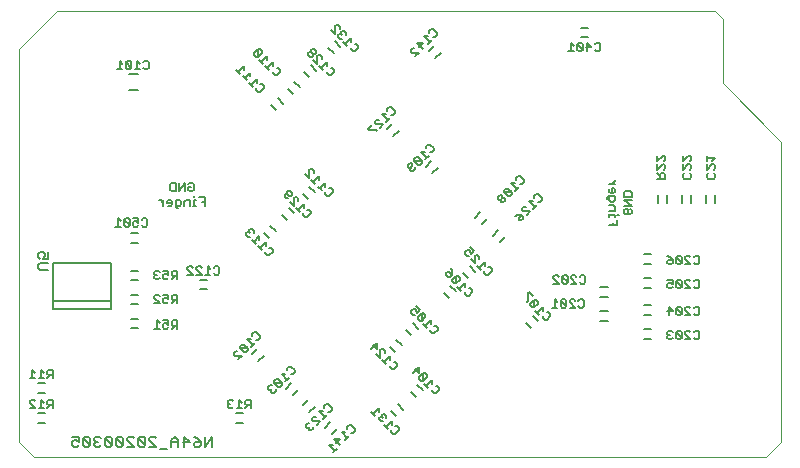
<source format=gbo>
G04 EAGLE Gerber RS-274X export*
G75*
%MOMM*%
%FSLAX34Y34*%
%LPD*%
%INseide unten*%
%IPPOS*%
%AMOC8*
5,1,8,0,0,1.08239X$1,22.5*%
G01*
%ADD10C,0.000000*%
%ADD11C,0.127000*%
%ADD12C,0.152400*%


D10*
X16510Y0D02*
X3810Y12700D01*
X3810Y345440D01*
X35560Y377190D01*
X593090Y377190D01*
X599440Y370840D01*
X599440Y316230D01*
X648970Y266700D01*
X648970Y12700D01*
X636270Y0D02*
X16510Y0D01*
X636270Y0D02*
X648970Y12700D01*
D11*
X137795Y108585D02*
X137795Y115449D01*
X134363Y115449D01*
X133219Y114305D01*
X133219Y112017D01*
X134363Y110873D01*
X137795Y110873D01*
X135507Y110873D02*
X133219Y108585D01*
X130311Y115449D02*
X125735Y115449D01*
X130311Y115449D02*
X130311Y112017D01*
X128023Y113161D01*
X126879Y113161D01*
X125735Y112017D01*
X125735Y109729D01*
X126879Y108585D01*
X129167Y108585D01*
X130311Y109729D01*
X122827Y113161D02*
X120539Y115449D01*
X120539Y108585D01*
X122827Y108585D02*
X118251Y108585D01*
X109089Y334015D02*
X110233Y335159D01*
X112521Y335159D01*
X113665Y334015D01*
X113665Y329439D01*
X112521Y328295D01*
X110233Y328295D01*
X109089Y329439D01*
X106181Y332871D02*
X103893Y335159D01*
X103893Y328295D01*
X106181Y328295D02*
X101605Y328295D01*
X98697Y329439D02*
X98697Y334015D01*
X97553Y335159D01*
X95265Y335159D01*
X94121Y334015D01*
X94121Y329439D01*
X95265Y328295D01*
X97553Y328295D01*
X98697Y329439D01*
X94121Y334015D01*
X91213Y332871D02*
X88925Y335159D01*
X88925Y328295D01*
X91213Y328295D02*
X86637Y328295D01*
D12*
X28455Y158242D02*
X21253Y158242D01*
X19812Y159683D01*
X19812Y162564D01*
X21253Y164004D01*
X28455Y164004D01*
X28455Y167597D02*
X28455Y173359D01*
X28455Y167597D02*
X24134Y167597D01*
X25574Y170478D01*
X25574Y171919D01*
X24134Y173359D01*
X21253Y173359D01*
X19812Y171919D01*
X19812Y169038D01*
X21253Y167597D01*
D11*
X137795Y137039D02*
X137795Y130175D01*
X137795Y137039D02*
X134363Y137039D01*
X133219Y135895D01*
X133219Y133607D01*
X134363Y132463D01*
X137795Y132463D01*
X135507Y132463D02*
X133219Y130175D01*
X130311Y137039D02*
X125735Y137039D01*
X130311Y137039D02*
X130311Y133607D01*
X128023Y134751D01*
X126879Y134751D01*
X125735Y133607D01*
X125735Y131319D01*
X126879Y130175D01*
X129167Y130175D01*
X130311Y131319D01*
X122827Y130175D02*
X118251Y130175D01*
X122827Y130175D02*
X118251Y134751D01*
X118251Y135895D01*
X119395Y137039D01*
X121683Y137039D01*
X122827Y135895D01*
X137795Y150495D02*
X137795Y157359D01*
X134363Y157359D01*
X133219Y156215D01*
X133219Y153927D01*
X134363Y152783D01*
X137795Y152783D01*
X135507Y152783D02*
X133219Y150495D01*
X130311Y157359D02*
X125735Y157359D01*
X130311Y157359D02*
X130311Y153927D01*
X128023Y155071D01*
X126879Y155071D01*
X125735Y153927D01*
X125735Y151639D01*
X126879Y150495D01*
X129167Y150495D01*
X130311Y151639D01*
X122827Y156215D02*
X121683Y157359D01*
X119395Y157359D01*
X118251Y156215D01*
X118251Y155071D01*
X119395Y153927D01*
X120539Y153927D01*
X119395Y153927D02*
X118251Y152783D01*
X118251Y151639D01*
X119395Y150495D01*
X121683Y150495D01*
X122827Y151639D01*
X107819Y200665D02*
X108963Y201809D01*
X111251Y201809D01*
X112395Y200665D01*
X112395Y196089D01*
X111251Y194945D01*
X108963Y194945D01*
X107819Y196089D01*
X104911Y201809D02*
X100335Y201809D01*
X104911Y201809D02*
X104911Y198377D01*
X102623Y199521D01*
X101479Y199521D01*
X100335Y198377D01*
X100335Y196089D01*
X101479Y194945D01*
X103767Y194945D01*
X104911Y196089D01*
X97427Y196089D02*
X97427Y200665D01*
X96283Y201809D01*
X93995Y201809D01*
X92851Y200665D01*
X92851Y196089D01*
X93995Y194945D01*
X96283Y194945D01*
X97427Y196089D01*
X92851Y200665D01*
X89943Y199521D02*
X87655Y201809D01*
X87655Y194945D01*
X89943Y194945D02*
X85367Y194945D01*
X32385Y73539D02*
X32385Y66675D01*
X32385Y73539D02*
X28953Y73539D01*
X27809Y72395D01*
X27809Y70107D01*
X28953Y68963D01*
X32385Y68963D01*
X30097Y68963D02*
X27809Y66675D01*
X24901Y71251D02*
X22613Y73539D01*
X22613Y66675D01*
X24901Y66675D02*
X20325Y66675D01*
X17417Y71251D02*
X15129Y73539D01*
X15129Y66675D01*
X17417Y66675D02*
X12841Y66675D01*
X32385Y48139D02*
X32385Y41275D01*
X32385Y48139D02*
X28953Y48139D01*
X27809Y46995D01*
X27809Y44707D01*
X28953Y43563D01*
X32385Y43563D01*
X30097Y43563D02*
X27809Y41275D01*
X24901Y45851D02*
X22613Y48139D01*
X22613Y41275D01*
X24901Y41275D02*
X20325Y41275D01*
X17417Y41275D02*
X12841Y41275D01*
X17417Y41275D02*
X12841Y45851D01*
X12841Y46995D01*
X13985Y48139D01*
X16273Y48139D01*
X17417Y46995D01*
X200025Y48139D02*
X200025Y41275D01*
X200025Y48139D02*
X196593Y48139D01*
X195449Y46995D01*
X195449Y44707D01*
X196593Y43563D01*
X200025Y43563D01*
X197737Y43563D02*
X195449Y41275D01*
X192541Y45851D02*
X190253Y48139D01*
X190253Y41275D01*
X192541Y41275D02*
X187965Y41275D01*
X185057Y46995D02*
X183913Y48139D01*
X181625Y48139D01*
X180481Y46995D01*
X180481Y45851D01*
X181625Y44707D01*
X182769Y44707D01*
X181625Y44707D02*
X180481Y43563D01*
X180481Y42419D01*
X181625Y41275D01*
X183913Y41275D01*
X185057Y42419D01*
X168779Y160025D02*
X169923Y161169D01*
X172211Y161169D01*
X173355Y160025D01*
X173355Y155449D01*
X172211Y154305D01*
X169923Y154305D01*
X168779Y155449D01*
X165871Y158881D02*
X163583Y161169D01*
X163583Y154305D01*
X165871Y154305D02*
X161295Y154305D01*
X158387Y154305D02*
X153811Y154305D01*
X158387Y154305D02*
X153811Y158881D01*
X153811Y160025D01*
X154955Y161169D01*
X157243Y161169D01*
X158387Y160025D01*
X150903Y154305D02*
X146327Y154305D01*
X150903Y154305D02*
X146327Y158881D01*
X146327Y160025D01*
X147471Y161169D01*
X149759Y161169D01*
X150903Y160025D01*
X591825Y240161D02*
X592969Y239017D01*
X592969Y236729D01*
X591825Y235585D01*
X587249Y235585D01*
X586105Y236729D01*
X586105Y239017D01*
X587249Y240161D01*
X586105Y243069D02*
X586105Y247645D01*
X586105Y243069D02*
X590681Y247645D01*
X591825Y247645D01*
X592969Y246501D01*
X592969Y244213D01*
X591825Y243069D01*
X590681Y250553D02*
X592969Y252841D01*
X586105Y252841D01*
X586105Y250553D02*
X586105Y255129D01*
X571505Y240161D02*
X572649Y239017D01*
X572649Y236729D01*
X571505Y235585D01*
X566929Y235585D01*
X565785Y236729D01*
X565785Y239017D01*
X566929Y240161D01*
X565785Y243069D02*
X565785Y247645D01*
X565785Y243069D02*
X570361Y247645D01*
X571505Y247645D01*
X572649Y246501D01*
X572649Y244213D01*
X571505Y243069D01*
X565785Y250553D02*
X565785Y255129D01*
X565785Y250553D02*
X570361Y255129D01*
X571505Y255129D01*
X572649Y253985D01*
X572649Y251697D01*
X571505Y250553D01*
X551059Y235585D02*
X544195Y235585D01*
X551059Y235585D02*
X551059Y239017D01*
X549915Y240161D01*
X547627Y240161D01*
X546483Y239017D01*
X546483Y235585D01*
X546483Y237873D02*
X544195Y240161D01*
X544195Y243069D02*
X544195Y247645D01*
X544195Y243069D02*
X548771Y247645D01*
X549915Y247645D01*
X551059Y246501D01*
X551059Y244213D01*
X549915Y243069D01*
X544195Y250553D02*
X544195Y255129D01*
X544195Y250553D02*
X548771Y255129D01*
X549915Y255129D01*
X551059Y253985D01*
X551059Y251697D01*
X549915Y250553D01*
X478533Y133229D02*
X477389Y132085D01*
X478533Y133229D02*
X480821Y133229D01*
X481965Y132085D01*
X481965Y127509D01*
X480821Y126365D01*
X478533Y126365D01*
X477389Y127509D01*
X474481Y126365D02*
X469905Y126365D01*
X474481Y126365D02*
X469905Y130941D01*
X469905Y132085D01*
X471049Y133229D01*
X473337Y133229D01*
X474481Y132085D01*
X466997Y132085D02*
X466997Y127509D01*
X466997Y132085D02*
X465853Y133229D01*
X463565Y133229D01*
X462421Y132085D01*
X462421Y127509D01*
X463565Y126365D01*
X465853Y126365D01*
X466997Y127509D01*
X462421Y132085D01*
X459513Y130941D02*
X457225Y133229D01*
X457225Y126365D01*
X459513Y126365D02*
X454937Y126365D01*
X478659Y152405D02*
X479803Y153549D01*
X482091Y153549D01*
X483235Y152405D01*
X483235Y147829D01*
X482091Y146685D01*
X479803Y146685D01*
X478659Y147829D01*
X475751Y146685D02*
X471175Y146685D01*
X475751Y146685D02*
X471175Y151261D01*
X471175Y152405D01*
X472319Y153549D01*
X474607Y153549D01*
X475751Y152405D01*
X468267Y152405D02*
X468267Y147829D01*
X468267Y152405D02*
X467123Y153549D01*
X464835Y153549D01*
X463691Y152405D01*
X463691Y147829D01*
X464835Y146685D01*
X467123Y146685D01*
X468267Y147829D01*
X463691Y152405D01*
X460783Y146685D02*
X456207Y146685D01*
X460783Y146685D02*
X456207Y151261D01*
X456207Y152405D01*
X457351Y153549D01*
X459639Y153549D01*
X460783Y152405D01*
X575179Y125735D02*
X576323Y126879D01*
X578611Y126879D01*
X579755Y125735D01*
X579755Y121159D01*
X578611Y120015D01*
X576323Y120015D01*
X575179Y121159D01*
X572271Y120015D02*
X567695Y120015D01*
X572271Y120015D02*
X567695Y124591D01*
X567695Y125735D01*
X568839Y126879D01*
X571127Y126879D01*
X572271Y125735D01*
X564787Y125735D02*
X564787Y121159D01*
X564787Y125735D02*
X563643Y126879D01*
X561355Y126879D01*
X560211Y125735D01*
X560211Y121159D01*
X561355Y120015D01*
X563643Y120015D01*
X564787Y121159D01*
X560211Y125735D01*
X553871Y126879D02*
X553871Y120015D01*
X557303Y123447D02*
X553871Y126879D01*
X552727Y123447D02*
X557303Y123447D01*
X575179Y105415D02*
X576323Y106559D01*
X578611Y106559D01*
X579755Y105415D01*
X579755Y100839D01*
X578611Y99695D01*
X576323Y99695D01*
X575179Y100839D01*
X572271Y99695D02*
X567695Y99695D01*
X572271Y99695D02*
X567695Y104271D01*
X567695Y105415D01*
X568839Y106559D01*
X571127Y106559D01*
X572271Y105415D01*
X564787Y105415D02*
X564787Y100839D01*
X564787Y105415D02*
X563643Y106559D01*
X561355Y106559D01*
X560211Y105415D01*
X560211Y100839D01*
X561355Y99695D01*
X563643Y99695D01*
X564787Y100839D01*
X560211Y105415D01*
X557303Y105415D02*
X556159Y106559D01*
X553871Y106559D01*
X552727Y105415D01*
X552727Y104271D01*
X553871Y103127D01*
X555015Y103127D01*
X553871Y103127D02*
X552727Y101983D01*
X552727Y100839D01*
X553871Y99695D01*
X556159Y99695D01*
X557303Y100839D01*
X575179Y148595D02*
X576323Y149739D01*
X578611Y149739D01*
X579755Y148595D01*
X579755Y144019D01*
X578611Y142875D01*
X576323Y142875D01*
X575179Y144019D01*
X572271Y142875D02*
X567695Y142875D01*
X572271Y142875D02*
X567695Y147451D01*
X567695Y148595D01*
X568839Y149739D01*
X571127Y149739D01*
X572271Y148595D01*
X564787Y148595D02*
X564787Y144019D01*
X564787Y148595D02*
X563643Y149739D01*
X561355Y149739D01*
X560211Y148595D01*
X560211Y144019D01*
X561355Y142875D01*
X563643Y142875D01*
X564787Y144019D01*
X560211Y148595D01*
X557303Y149739D02*
X552727Y149739D01*
X557303Y149739D02*
X557303Y146307D01*
X555015Y147451D01*
X553871Y147451D01*
X552727Y146307D01*
X552727Y144019D01*
X553871Y142875D01*
X556159Y142875D01*
X557303Y144019D01*
X575179Y168915D02*
X576323Y170059D01*
X578611Y170059D01*
X579755Y168915D01*
X579755Y164339D01*
X578611Y163195D01*
X576323Y163195D01*
X575179Y164339D01*
X572271Y163195D02*
X567695Y163195D01*
X572271Y163195D02*
X567695Y167771D01*
X567695Y168915D01*
X568839Y170059D01*
X571127Y170059D01*
X572271Y168915D01*
X564787Y168915D02*
X564787Y164339D01*
X564787Y168915D02*
X563643Y170059D01*
X561355Y170059D01*
X560211Y168915D01*
X560211Y164339D01*
X561355Y163195D01*
X563643Y163195D01*
X564787Y164339D01*
X560211Y168915D01*
X555015Y168915D02*
X552727Y170059D01*
X555015Y168915D02*
X557303Y166627D01*
X557303Y164339D01*
X556159Y163195D01*
X553871Y163195D01*
X552727Y164339D01*
X552727Y165483D01*
X553871Y166627D01*
X557303Y166627D01*
X491359Y349255D02*
X492503Y350399D01*
X494791Y350399D01*
X495935Y349255D01*
X495935Y344679D01*
X494791Y343535D01*
X492503Y343535D01*
X491359Y344679D01*
X485019Y343535D02*
X485019Y350399D01*
X488451Y346967D01*
X483875Y346967D01*
X480967Y344679D02*
X480967Y349255D01*
X479823Y350399D01*
X477535Y350399D01*
X476391Y349255D01*
X476391Y344679D01*
X477535Y343535D01*
X479823Y343535D01*
X480967Y344679D01*
X476391Y349255D01*
X473483Y348111D02*
X471195Y350399D01*
X471195Y343535D01*
X473483Y343535D02*
X468907Y343535D01*
X289447Y349808D02*
X287829Y349808D01*
X289447Y349808D02*
X291065Y348190D01*
X291065Y346573D01*
X287829Y343337D01*
X286211Y343337D01*
X284593Y344955D01*
X284593Y346573D01*
X284964Y351056D02*
X284964Y354291D01*
X280110Y349438D01*
X281728Y347820D02*
X278492Y351056D01*
X280480Y357157D02*
X280480Y358775D01*
X278863Y360392D01*
X277245Y360392D01*
X276436Y359583D01*
X276436Y357966D01*
X277245Y357157D01*
X276436Y357966D02*
X274818Y357966D01*
X274009Y357157D01*
X274009Y355539D01*
X275627Y353921D01*
X277245Y353921D01*
X271144Y358404D02*
X267908Y361640D01*
X271144Y358404D02*
X271144Y364876D01*
X271953Y365684D01*
X273571Y365684D01*
X275188Y364067D01*
X275188Y362449D01*
X269127Y329488D02*
X267509Y329488D01*
X269127Y329488D02*
X270745Y327870D01*
X270745Y326253D01*
X267509Y323017D01*
X265891Y323017D01*
X264273Y324635D01*
X264273Y326253D01*
X264644Y330736D02*
X264644Y333971D01*
X259790Y329118D01*
X261408Y327500D02*
X258172Y330736D01*
X256116Y332792D02*
X252880Y336028D01*
X256116Y339263D02*
X256116Y332792D01*
X256116Y339263D02*
X256925Y340072D01*
X258543Y340072D01*
X260160Y338455D01*
X260160Y336837D01*
X254868Y342129D02*
X254868Y343747D01*
X253251Y345364D01*
X251633Y345364D01*
X250824Y344556D01*
X250824Y342938D01*
X249206Y342938D01*
X248397Y342129D01*
X248397Y340511D01*
X250015Y338893D01*
X251633Y338893D01*
X252442Y339702D01*
X252442Y341320D01*
X254059Y341320D01*
X254868Y342129D01*
X252442Y341320D02*
X250824Y342938D01*
X223407Y329488D02*
X221789Y329488D01*
X223407Y329488D02*
X225025Y327870D01*
X225025Y326253D01*
X221789Y323017D01*
X220171Y323017D01*
X218553Y324635D01*
X218553Y326253D01*
X218924Y330736D02*
X218924Y333971D01*
X214070Y329118D01*
X215688Y327500D02*
X212452Y330736D01*
X213632Y336028D02*
X213632Y339263D01*
X208778Y334410D01*
X210396Y332792D02*
X207160Y336028D01*
X205913Y338893D02*
X209148Y342129D01*
X209148Y343747D01*
X207531Y345364D01*
X205913Y345364D01*
X202677Y342129D01*
X202677Y340511D01*
X204295Y338893D01*
X205913Y338893D01*
X205913Y345364D01*
X207819Y315518D02*
X209437Y315518D01*
X211055Y313900D01*
X211055Y312283D01*
X207819Y309047D01*
X206201Y309047D01*
X204583Y310665D01*
X204583Y312283D01*
X204954Y316766D02*
X204954Y320001D01*
X200100Y315148D01*
X201718Y313530D02*
X198482Y316766D01*
X199662Y322058D02*
X199662Y325293D01*
X194808Y320440D01*
X196426Y318822D02*
X193190Y322058D01*
X194369Y327350D02*
X194369Y330586D01*
X189516Y325732D01*
X191134Y324114D02*
X187898Y327350D01*
X265985Y227634D02*
X267603Y227634D01*
X269221Y226016D01*
X269221Y224399D01*
X265985Y221163D01*
X264367Y221163D01*
X262749Y222781D01*
X262749Y224399D01*
X263120Y228882D02*
X263120Y232117D01*
X258266Y227264D01*
X259884Y225646D02*
X256648Y228882D01*
X257828Y234174D02*
X257828Y237409D01*
X252974Y232556D01*
X254592Y230938D02*
X251356Y234174D01*
X249300Y236230D02*
X246064Y239466D01*
X249300Y236230D02*
X249300Y242702D01*
X250109Y243510D01*
X251727Y243510D01*
X253344Y241893D01*
X253344Y240275D01*
X249315Y209346D02*
X247697Y209346D01*
X249315Y209346D02*
X250933Y207728D01*
X250933Y206111D01*
X247697Y202875D01*
X246079Y202875D01*
X244461Y204493D01*
X244461Y206111D01*
X244832Y210594D02*
X244832Y213829D01*
X239978Y208976D01*
X241596Y207358D02*
X238360Y210594D01*
X236304Y212650D02*
X233068Y215886D01*
X236304Y219121D02*
X236304Y212650D01*
X236304Y219121D02*
X237113Y219930D01*
X238731Y219930D01*
X240348Y218313D01*
X240348Y216695D01*
X231821Y218751D02*
X230203Y218751D01*
X228585Y220369D01*
X228585Y221987D01*
X231821Y225222D01*
X233439Y225222D01*
X235056Y223605D01*
X235056Y221987D01*
X234247Y221178D01*
X232630Y221178D01*
X230203Y223605D01*
X217057Y177088D02*
X215439Y177088D01*
X217057Y177088D02*
X218675Y175470D01*
X218675Y173853D01*
X215439Y170617D01*
X213821Y170617D01*
X212203Y172235D01*
X212203Y173853D01*
X212574Y178336D02*
X212574Y181571D01*
X207720Y176718D01*
X209338Y175100D02*
X206102Y178336D01*
X207282Y183628D02*
X207282Y186863D01*
X202428Y182010D01*
X204046Y180392D02*
X200810Y183628D01*
X202798Y189729D02*
X202798Y191347D01*
X201181Y192964D01*
X199563Y192964D01*
X198754Y192156D01*
X198754Y190538D01*
X199563Y189729D01*
X198754Y190538D02*
X197136Y190538D01*
X196327Y189729D01*
X196327Y188111D01*
X197945Y186493D01*
X199563Y186493D01*
X201372Y104027D02*
X201372Y102409D01*
X201372Y104027D02*
X202990Y105645D01*
X204607Y105645D01*
X207843Y102409D01*
X207843Y100791D01*
X206225Y99173D01*
X204607Y99173D01*
X200124Y99543D02*
X196889Y99543D01*
X201742Y94690D01*
X203360Y96308D02*
X200124Y93072D01*
X197259Y91825D02*
X194023Y95060D01*
X192405Y95060D01*
X190788Y93442D01*
X190788Y91825D01*
X194023Y88589D01*
X195641Y88589D01*
X197259Y90207D01*
X197259Y91825D01*
X190788Y91825D01*
X192776Y85724D02*
X189540Y82488D01*
X192776Y85724D02*
X186304Y85724D01*
X185496Y86533D01*
X185496Y88150D01*
X187113Y89768D01*
X188731Y89768D01*
X230582Y74817D02*
X230582Y73199D01*
X230582Y74817D02*
X232200Y76435D01*
X233817Y76435D01*
X237053Y73199D01*
X237053Y71581D01*
X235435Y69963D01*
X233817Y69963D01*
X229334Y70333D02*
X226099Y70333D01*
X230952Y65480D01*
X232570Y67098D02*
X229334Y63862D01*
X226469Y62615D02*
X223233Y65850D01*
X221615Y65850D01*
X219998Y64232D01*
X219998Y62615D01*
X223233Y59379D01*
X224851Y59379D01*
X226469Y60997D01*
X226469Y62615D01*
X219998Y62615D01*
X217941Y60558D02*
X216323Y60558D01*
X214706Y58940D01*
X214706Y57323D01*
X215514Y56514D01*
X217132Y56514D01*
X217941Y57323D01*
X217132Y56514D02*
X217132Y54896D01*
X217941Y54087D01*
X219559Y54087D01*
X221177Y55705D01*
X221177Y57323D01*
X262332Y43067D02*
X262332Y41449D01*
X262332Y43067D02*
X263950Y44685D01*
X265567Y44685D01*
X268803Y41449D01*
X268803Y39831D01*
X267185Y38213D01*
X265567Y38213D01*
X261084Y38583D02*
X257849Y38583D01*
X262702Y33730D01*
X264320Y35348D02*
X261084Y32112D01*
X259028Y30056D02*
X255792Y26820D01*
X252557Y30056D02*
X259028Y30056D01*
X252557Y30056D02*
X251748Y30865D01*
X251748Y32482D01*
X253365Y34100D01*
X254983Y34100D01*
X249691Y28808D02*
X248073Y28808D01*
X246456Y27190D01*
X246456Y25573D01*
X247264Y24764D01*
X248882Y24764D01*
X249691Y25573D01*
X248882Y24764D02*
X248882Y23146D01*
X249691Y22337D01*
X251309Y22337D01*
X252927Y23955D01*
X252927Y25573D01*
X281382Y25287D02*
X281382Y23669D01*
X281382Y25287D02*
X283000Y26905D01*
X284617Y26905D01*
X287853Y23669D01*
X287853Y22051D01*
X286235Y20433D01*
X284617Y20433D01*
X280134Y20803D02*
X276899Y20803D01*
X281752Y15950D01*
X283370Y17568D02*
X280134Y14332D01*
X275651Y9849D02*
X270798Y14702D01*
X275651Y14702D01*
X272415Y11467D01*
X269550Y10219D02*
X266314Y10219D01*
X271168Y5366D01*
X272786Y6984D02*
X269550Y3748D01*
X356409Y60248D02*
X358027Y60248D01*
X359645Y58630D01*
X359645Y57013D01*
X356409Y53777D01*
X354791Y53777D01*
X353173Y55395D01*
X353173Y57013D01*
X353544Y61496D02*
X353544Y64731D01*
X348690Y59878D01*
X350308Y58260D02*
X347072Y61496D01*
X345825Y64361D02*
X349060Y67597D01*
X349060Y69215D01*
X347443Y70832D01*
X345825Y70832D01*
X342589Y67597D01*
X342589Y65979D01*
X344207Y64361D01*
X345825Y64361D01*
X345825Y70832D01*
X342151Y76124D02*
X337297Y71271D01*
X342151Y71271D02*
X342151Y76124D01*
X338915Y74507D02*
X342151Y71271D01*
X322467Y80568D02*
X320849Y80568D01*
X322467Y80568D02*
X324085Y78950D01*
X324085Y77333D01*
X320849Y74097D01*
X319231Y74097D01*
X317613Y75715D01*
X317613Y77333D01*
X317984Y81816D02*
X317984Y85051D01*
X313130Y80198D01*
X314748Y78580D02*
X311512Y81816D01*
X309456Y83872D02*
X306220Y87108D01*
X309456Y90343D02*
X309456Y83872D01*
X309456Y90343D02*
X310265Y91152D01*
X311883Y91152D01*
X313500Y89535D01*
X313500Y87917D01*
X306591Y96444D02*
X301737Y91591D01*
X306591Y91591D02*
X306591Y96444D01*
X303355Y94827D02*
X306591Y91591D01*
X355139Y111048D02*
X356757Y111048D01*
X358375Y109430D01*
X358375Y107813D01*
X355139Y104577D01*
X353521Y104577D01*
X351903Y106195D01*
X351903Y107813D01*
X352274Y112296D02*
X352274Y115531D01*
X347420Y110678D01*
X349038Y109060D02*
X345802Y112296D01*
X344555Y115161D02*
X347790Y118397D01*
X347790Y120015D01*
X346173Y121632D01*
X344555Y121632D01*
X341319Y118397D01*
X341319Y116779D01*
X342937Y115161D01*
X344555Y115161D01*
X344555Y121632D01*
X343307Y124498D02*
X340072Y127733D01*
X343307Y124498D02*
X340881Y122071D01*
X340072Y124498D01*
X339263Y125307D01*
X337645Y125307D01*
X336027Y123689D01*
X336027Y122071D01*
X337645Y120453D01*
X339263Y120453D01*
X400859Y160578D02*
X402477Y160578D01*
X404095Y158960D01*
X404095Y157343D01*
X400859Y154107D01*
X399241Y154107D01*
X397623Y155725D01*
X397623Y157343D01*
X397994Y161826D02*
X397994Y165061D01*
X393140Y160208D01*
X394758Y158590D02*
X391522Y161826D01*
X389466Y163882D02*
X386230Y167118D01*
X389466Y170353D02*
X389466Y163882D01*
X389466Y170353D02*
X390275Y171162D01*
X391893Y171162D01*
X393510Y169545D01*
X393510Y167927D01*
X389027Y174028D02*
X385792Y177263D01*
X389027Y174028D02*
X386601Y171601D01*
X385792Y174028D01*
X384983Y174837D01*
X383365Y174837D01*
X381747Y173219D01*
X381747Y171601D01*
X383365Y169983D01*
X384983Y169983D01*
X424892Y234489D02*
X424892Y236107D01*
X426510Y237725D01*
X428127Y237725D01*
X431363Y234489D01*
X431363Y232871D01*
X429745Y231253D01*
X428127Y231253D01*
X423644Y231623D02*
X420409Y231623D01*
X425262Y226770D01*
X426880Y228388D02*
X423644Y225152D01*
X420779Y223905D02*
X417543Y227140D01*
X415925Y227140D01*
X414308Y225522D01*
X414308Y223905D01*
X417543Y220669D01*
X419161Y220669D01*
X420779Y222287D01*
X420779Y223905D01*
X414308Y223905D01*
X412251Y221848D02*
X410633Y221848D01*
X409016Y220230D01*
X409016Y218613D01*
X409824Y217804D01*
X411442Y217804D01*
X411442Y216186D01*
X412251Y215377D01*
X413869Y215377D01*
X415487Y216995D01*
X415487Y218613D01*
X414678Y219421D01*
X413060Y219421D01*
X413060Y221039D01*
X412251Y221848D01*
X413060Y219421D02*
X411442Y217804D01*
X348692Y261159D02*
X348692Y262777D01*
X350310Y264395D01*
X351927Y264395D01*
X355163Y261159D01*
X355163Y259541D01*
X353545Y257923D01*
X351927Y257923D01*
X347444Y258293D02*
X344209Y258293D01*
X349062Y253440D01*
X350680Y255058D02*
X347444Y251822D01*
X344579Y250575D02*
X341343Y253810D01*
X339725Y253810D01*
X338108Y252192D01*
X338108Y250575D01*
X341343Y247339D01*
X342961Y247339D01*
X344579Y248957D01*
X344579Y250575D01*
X338108Y250575D01*
X339287Y245283D02*
X339287Y243665D01*
X337669Y242047D01*
X336051Y242047D01*
X332816Y245283D01*
X332816Y246900D01*
X334433Y248518D01*
X336051Y248518D01*
X336860Y247709D01*
X336860Y246091D01*
X334433Y243665D01*
X315672Y292909D02*
X315672Y294527D01*
X317290Y296145D01*
X318907Y296145D01*
X322143Y292909D01*
X322143Y291291D01*
X320525Y289673D01*
X318907Y289673D01*
X314424Y290043D02*
X311189Y290043D01*
X316042Y285190D01*
X317660Y286808D02*
X314424Y283572D01*
X312368Y281516D02*
X309132Y278280D01*
X305897Y281516D02*
X312368Y281516D01*
X305897Y281516D02*
X305088Y282325D01*
X305088Y283942D01*
X306705Y285560D01*
X308323Y285560D01*
X302222Y281077D02*
X298987Y277841D01*
X299796Y277033D01*
X306267Y277033D01*
X307076Y276224D01*
X351232Y358949D02*
X351232Y360567D01*
X352850Y362185D01*
X354467Y362185D01*
X357703Y358949D01*
X357703Y357331D01*
X356085Y355713D01*
X354467Y355713D01*
X349984Y356083D02*
X346749Y356083D01*
X351602Y351230D01*
X353220Y352848D02*
X349984Y349612D01*
X345501Y345129D02*
X340648Y349982D01*
X345501Y349982D01*
X342265Y346747D01*
X342636Y342264D02*
X339400Y339028D01*
X342636Y342264D02*
X336164Y342264D01*
X335356Y343073D01*
X335356Y344690D01*
X336973Y346308D01*
X338591Y346308D01*
X440132Y220867D02*
X440132Y219249D01*
X440132Y220867D02*
X441750Y222485D01*
X443367Y222485D01*
X446603Y219249D01*
X446603Y217631D01*
X444985Y216013D01*
X443367Y216013D01*
X438884Y216383D02*
X435649Y216383D01*
X440502Y211530D01*
X442120Y213148D02*
X438884Y209912D01*
X436828Y207856D02*
X433592Y204620D01*
X430357Y207856D02*
X436828Y207856D01*
X430357Y207856D02*
X429548Y208665D01*
X429548Y210282D01*
X431165Y211900D01*
X432783Y211900D01*
X425873Y204990D02*
X423447Y204181D01*
X425873Y204990D02*
X429109Y204990D01*
X430727Y203373D01*
X430727Y201755D01*
X429109Y200137D01*
X427491Y200137D01*
X426682Y200946D01*
X426682Y202564D01*
X429109Y204990D01*
X385967Y142798D02*
X384349Y142798D01*
X385967Y142798D02*
X387585Y141180D01*
X387585Y139563D01*
X384349Y136327D01*
X382731Y136327D01*
X381113Y137945D01*
X381113Y139563D01*
X381484Y144046D02*
X381484Y147281D01*
X376630Y142428D01*
X378248Y140810D02*
X375012Y144046D01*
X373765Y146911D02*
X377000Y150147D01*
X377000Y151765D01*
X375383Y153382D01*
X373765Y153382D01*
X370529Y150147D01*
X370529Y148529D01*
X372147Y146911D01*
X373765Y146911D01*
X373765Y153382D01*
X370091Y157057D02*
X369282Y159483D01*
X370091Y157057D02*
X370091Y153821D01*
X368473Y152203D01*
X366855Y152203D01*
X365237Y153821D01*
X365237Y155439D01*
X366046Y156248D01*
X367664Y156248D01*
X370091Y153821D01*
X450389Y122478D02*
X452007Y122478D01*
X453625Y120860D01*
X453625Y119243D01*
X450389Y116007D01*
X448771Y116007D01*
X447153Y117625D01*
X447153Y119243D01*
X447524Y123726D02*
X447524Y126961D01*
X442670Y122108D01*
X444288Y120490D02*
X441052Y123726D01*
X439805Y126591D02*
X443040Y129827D01*
X443040Y131445D01*
X441423Y133062D01*
X439805Y133062D01*
X436569Y129827D01*
X436569Y128209D01*
X438187Y126591D01*
X439805Y126591D01*
X439805Y133062D01*
X438557Y135928D02*
X435322Y139163D01*
X434513Y138354D01*
X434513Y131883D01*
X433704Y131074D01*
X323737Y25958D02*
X322119Y25958D01*
X323737Y25958D02*
X325355Y24340D01*
X325355Y22723D01*
X322119Y19487D01*
X320501Y19487D01*
X318883Y21105D01*
X318883Y22723D01*
X319254Y27206D02*
X319254Y30441D01*
X314400Y25588D01*
X316018Y23970D02*
X312782Y27206D01*
X314770Y33307D02*
X314770Y34925D01*
X313153Y36542D01*
X311535Y36542D01*
X310726Y35733D01*
X310726Y34116D01*
X311535Y33307D01*
X310726Y34116D02*
X309108Y34116D01*
X308299Y33307D01*
X308299Y31689D01*
X309917Y30071D01*
X311535Y30071D01*
X308669Y37790D02*
X308669Y41026D01*
X303816Y36172D01*
X305434Y34554D02*
X302198Y37790D01*
X166854Y17153D02*
X166854Y8255D01*
X160922Y8255D02*
X166854Y17153D01*
X160922Y17153D02*
X160922Y8255D01*
X154533Y15670D02*
X151567Y17153D01*
X154533Y15670D02*
X157499Y12704D01*
X157499Y9738D01*
X156016Y8255D01*
X153050Y8255D01*
X151567Y9738D01*
X151567Y11221D01*
X153050Y12704D01*
X157499Y12704D01*
X143695Y8255D02*
X143695Y17153D01*
X148143Y12704D01*
X142212Y12704D01*
X138788Y14187D02*
X138788Y8255D01*
X138788Y14187D02*
X135822Y17153D01*
X132856Y14187D01*
X132856Y8255D01*
X132856Y12704D02*
X138788Y12704D01*
X129433Y6772D02*
X123501Y6772D01*
X120078Y8255D02*
X114146Y8255D01*
X120078Y8255D02*
X114146Y14187D01*
X114146Y15670D01*
X115629Y17153D01*
X118595Y17153D01*
X120078Y15670D01*
X110723Y15670D02*
X110723Y9738D01*
X110723Y15670D02*
X109240Y17153D01*
X106274Y17153D01*
X104791Y15670D01*
X104791Y9738D01*
X106274Y8255D01*
X109240Y8255D01*
X110723Y9738D01*
X104791Y15670D01*
X101367Y8255D02*
X95436Y8255D01*
X101367Y8255D02*
X95436Y14187D01*
X95436Y15670D01*
X96919Y17153D01*
X99885Y17153D01*
X101367Y15670D01*
X92012Y15670D02*
X92012Y9738D01*
X92012Y15670D02*
X90529Y17153D01*
X87563Y17153D01*
X86081Y15670D01*
X86081Y9738D01*
X87563Y8255D01*
X90529Y8255D01*
X92012Y9738D01*
X86081Y15670D01*
X82657Y15670D02*
X82657Y9738D01*
X82657Y15670D02*
X81174Y17153D01*
X78208Y17153D01*
X76725Y15670D01*
X76725Y9738D01*
X78208Y8255D01*
X81174Y8255D01*
X82657Y9738D01*
X76725Y15670D01*
X73302Y15670D02*
X71819Y17153D01*
X68853Y17153D01*
X67370Y15670D01*
X67370Y14187D01*
X68853Y12704D01*
X70336Y12704D01*
X68853Y12704D02*
X67370Y11221D01*
X67370Y9738D01*
X68853Y8255D01*
X71819Y8255D01*
X73302Y9738D01*
X63947Y9738D02*
X63947Y15670D01*
X62464Y17153D01*
X59498Y17153D01*
X58015Y15670D01*
X58015Y9738D01*
X59498Y8255D01*
X62464Y8255D01*
X63947Y9738D01*
X58015Y15670D01*
X54592Y17153D02*
X48660Y17153D01*
X54592Y17153D02*
X54592Y12704D01*
X51626Y14187D01*
X50143Y14187D01*
X48660Y12704D01*
X48660Y9738D01*
X50143Y8255D01*
X53109Y8255D01*
X54592Y9738D01*
X146985Y230637D02*
X148129Y231781D01*
X150417Y231781D01*
X151561Y230637D01*
X151561Y226061D01*
X150417Y224917D01*
X148129Y224917D01*
X146985Y226061D01*
X146985Y228349D01*
X149273Y228349D01*
X144077Y224917D02*
X144077Y231781D01*
X139501Y224917D01*
X139501Y231781D01*
X136593Y231781D02*
X136593Y224917D01*
X133161Y224917D01*
X132017Y226061D01*
X132017Y230637D01*
X133161Y231781D01*
X136593Y231781D01*
X160916Y219589D02*
X160916Y212725D01*
X160916Y219589D02*
X156341Y219589D01*
X158629Y216157D02*
X160916Y216157D01*
X153432Y217301D02*
X152288Y217301D01*
X152288Y212725D01*
X153432Y212725D02*
X151144Y212725D01*
X152288Y219589D02*
X152288Y220733D01*
X148443Y217301D02*
X148443Y212725D01*
X148443Y217301D02*
X145011Y217301D01*
X143867Y216157D01*
X143867Y212725D01*
X138671Y210437D02*
X137527Y210437D01*
X136383Y211581D01*
X136383Y217301D01*
X139815Y217301D01*
X140959Y216157D01*
X140959Y213869D01*
X139815Y212725D01*
X136383Y212725D01*
X132331Y212725D02*
X130043Y212725D01*
X132331Y212725D02*
X133475Y213869D01*
X133475Y216157D01*
X132331Y217301D01*
X130043Y217301D01*
X128899Y216157D01*
X128899Y215013D01*
X133475Y215013D01*
X125990Y212725D02*
X125990Y217301D01*
X125990Y215013D02*
X123702Y217301D01*
X122558Y217301D01*
X521467Y209885D02*
X522611Y208741D01*
X522611Y206453D01*
X521467Y205309D01*
X516891Y205309D01*
X515747Y206453D01*
X515747Y208741D01*
X516891Y209885D01*
X519179Y209885D01*
X519179Y207597D01*
X515747Y212793D02*
X522611Y212793D01*
X515747Y217369D01*
X522611Y217369D01*
X522611Y220277D02*
X515747Y220277D01*
X515747Y223709D01*
X516891Y224853D01*
X521467Y224853D01*
X522611Y223709D01*
X522611Y220277D01*
X510419Y195954D02*
X503555Y195954D01*
X510419Y195954D02*
X510419Y200530D01*
X506987Y198242D02*
X506987Y195954D01*
X508131Y203438D02*
X508131Y204582D01*
X503555Y204582D01*
X503555Y203438D02*
X503555Y205726D01*
X510419Y204582D02*
X511563Y204582D01*
X508131Y208427D02*
X503555Y208427D01*
X508131Y208427D02*
X508131Y211859D01*
X506987Y213003D01*
X503555Y213003D01*
X501267Y218199D02*
X501267Y219343D01*
X502411Y220487D01*
X508131Y220487D01*
X508131Y217055D01*
X506987Y215911D01*
X504699Y215911D01*
X503555Y217055D01*
X503555Y220487D01*
X503555Y224539D02*
X503555Y226827D01*
X503555Y224539D02*
X504699Y223396D01*
X506987Y223396D01*
X508131Y224539D01*
X508131Y226827D01*
X506987Y227971D01*
X505843Y227971D01*
X505843Y223396D01*
X503555Y230880D02*
X508131Y230880D01*
X505843Y230880D02*
X508131Y233168D01*
X508131Y234312D01*
D12*
X104140Y324104D02*
X96520Y324104D01*
X96520Y310896D02*
X104140Y310896D01*
X205179Y91411D02*
X200689Y86921D01*
X206301Y81309D02*
X210791Y85799D01*
X340921Y60931D02*
X345411Y56441D01*
X339799Y50829D02*
X335309Y55319D01*
X341601Y108511D02*
X337111Y113001D01*
X331499Y107389D02*
X335989Y102899D01*
X373351Y140261D02*
X368861Y144751D01*
X363249Y139139D02*
X367739Y134649D01*
X433099Y113739D02*
X437589Y109249D01*
X443201Y114861D02*
X438711Y119351D01*
X389919Y202491D02*
X394409Y206981D01*
X400021Y201369D02*
X395531Y196879D01*
X348009Y245671D02*
X352499Y250161D01*
X358111Y244549D02*
X353621Y240059D01*
X241271Y312981D02*
X236781Y317471D01*
X231169Y311859D02*
X235659Y307369D01*
X227301Y299011D02*
X222811Y303501D01*
X217199Y297889D02*
X221689Y293399D01*
X243869Y222959D02*
X248359Y218469D01*
X253971Y224081D02*
X249481Y228571D01*
X210849Y189939D02*
X215339Y185449D01*
X220951Y191061D02*
X216461Y195551D01*
X234389Y62201D02*
X229899Y57711D01*
X235511Y52099D02*
X240001Y56589D01*
X163195Y150019D02*
X156845Y150019D01*
X156845Y142081D02*
X163195Y142081D01*
X248359Y48231D02*
X243869Y43741D01*
X249481Y38129D02*
X253971Y42619D01*
X323141Y99031D02*
X327631Y94541D01*
X322019Y88929D02*
X317529Y93419D01*
X385371Y161261D02*
X389861Y156771D01*
X384249Y151159D02*
X379759Y155649D01*
X405159Y187251D02*
X409649Y191741D01*
X415261Y186129D02*
X410771Y181639D01*
X314989Y277421D02*
X319479Y281911D01*
X325091Y276299D02*
X320601Y271809D01*
X255241Y326951D02*
X250751Y331441D01*
X245139Y325829D02*
X249629Y321339D01*
X226343Y205179D02*
X230833Y200689D01*
X236445Y206301D02*
X231955Y210791D01*
X318799Y38809D02*
X323289Y34319D01*
X328901Y39931D02*
X324411Y44421D01*
X275652Y347181D02*
X271162Y351671D01*
X265549Y346058D02*
X270039Y341568D01*
X267409Y29181D02*
X262919Y24691D01*
X268531Y19079D02*
X273021Y23569D01*
X356161Y337849D02*
X360651Y342339D01*
X355039Y347951D02*
X350549Y343461D01*
X495935Y115411D02*
X502285Y115411D01*
X502285Y123349D02*
X495935Y123349D01*
X495935Y135731D02*
X502285Y135731D01*
X502285Y143669D02*
X495935Y143669D01*
X532765Y108109D02*
X539115Y108109D01*
X539115Y100171D02*
X532765Y100171D01*
X532765Y128429D02*
X539115Y128429D01*
X539115Y120491D02*
X532765Y120491D01*
X532765Y151289D02*
X539115Y151289D01*
X539115Y143351D02*
X532765Y143351D01*
X532765Y171609D02*
X539115Y171609D01*
X539115Y163671D02*
X532765Y163671D01*
X585311Y215265D02*
X585311Y221615D01*
X593249Y221615D02*
X593249Y215265D01*
X564991Y215265D02*
X564991Y221615D01*
X572929Y221615D02*
X572929Y215265D01*
X485775Y355441D02*
X479425Y355441D01*
X479425Y363379D02*
X485775Y363379D01*
X104775Y181451D02*
X98425Y181451D01*
X98425Y189389D02*
X104775Y189389D01*
X104775Y129381D02*
X98425Y129381D01*
X98425Y137319D02*
X104775Y137319D01*
X26035Y62389D02*
X19685Y62389D01*
X19685Y54451D02*
X26035Y54451D01*
X26035Y36989D02*
X19685Y36989D01*
X19685Y29051D02*
X26035Y29051D01*
X187325Y29051D02*
X193675Y29051D01*
X193675Y36989D02*
X187325Y36989D01*
X104775Y109061D02*
X98425Y109061D01*
X98425Y116999D02*
X104775Y116999D01*
X552609Y215265D02*
X552609Y221615D01*
X544671Y221615D02*
X544671Y215265D01*
X104775Y149701D02*
X98425Y149701D01*
X98425Y157639D02*
X104775Y157639D01*
X81650Y125280D02*
X32650Y125280D01*
X32650Y132360D01*
X32650Y164280D01*
X81650Y164280D01*
X81650Y132360D01*
X81650Y125280D01*
X81650Y132360D02*
X32650Y132360D01*
M02*

</source>
